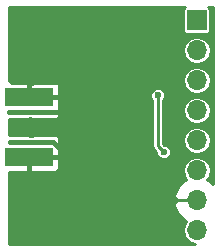
<source format=gbl>
G04 #@! TF.FileFunction,Copper,L2,Bot,Signal*
%FSLAX46Y46*%
G04 Gerber Fmt 4.6, Leading zero omitted, Abs format (unit mm)*
G04 Created by KiCad (PCBNEW 4.0.6) date 12/04/17 01:24:33*
%MOMM*%
%LPD*%
G01*
G04 APERTURE LIST*
%ADD10C,0.100000*%
%ADD11R,1.700000X1.700000*%
%ADD12O,1.700000X1.700000*%
%ADD13R,4.064000X1.524000*%
%ADD14C,0.762000*%
%ADD15C,0.600000*%
%ADD16C,0.381000*%
%ADD17C,0.250000*%
%ADD18C,0.226060*%
G04 APERTURE END LIST*
D10*
D11*
X185420000Y-109220000D03*
D12*
X185420000Y-111760000D03*
X185420000Y-114300000D03*
X185420000Y-116840000D03*
X185420000Y-119380000D03*
X185420000Y-121920000D03*
X185420000Y-124460000D03*
X185420000Y-127000000D03*
D13*
X171246800Y-120802400D03*
X171246800Y-115722400D03*
D14*
X172814800Y-116062400D03*
X172814800Y-115362400D03*
X171814800Y-116062400D03*
X170814800Y-116062400D03*
X170814800Y-115362400D03*
X171814800Y-115362400D03*
X172814800Y-120462400D03*
X171814800Y-120462400D03*
X170814800Y-120462400D03*
X170814800Y-121162400D03*
X171814800Y-121162400D03*
X172814800Y-121162400D03*
D15*
X172974000Y-113538000D03*
X172974000Y-127762000D03*
X171450000Y-127762000D03*
X169926000Y-127762000D03*
X169926000Y-126492000D03*
X171450000Y-126492000D03*
X172974000Y-126492000D03*
X172974000Y-124714000D03*
X172974000Y-123190000D03*
X174498000Y-112014000D03*
X169926000Y-112014000D03*
X171450000Y-112014000D03*
X172974000Y-112014000D03*
X172974000Y-110490000D03*
X171450000Y-110490000D03*
X169926000Y-110490000D03*
X169926000Y-108966000D03*
X171450000Y-108966000D03*
X172974000Y-108966000D03*
X174498000Y-108966000D03*
X174498000Y-110490000D03*
X176022000Y-121158000D03*
X176022000Y-122428000D03*
X169926000Y-113538000D03*
X171450000Y-113538000D03*
X174066200Y-114020600D03*
X171450000Y-124714000D03*
X169926000Y-124714000D03*
X169926000Y-123190000D03*
X171450000Y-123190000D03*
X174447200Y-123266200D03*
X174091600Y-121818400D03*
X174091600Y-120726200D03*
X181610000Y-127762000D03*
X182880000Y-127508000D03*
X177800000Y-127508000D03*
X176784000Y-127508000D03*
X175260000Y-127508000D03*
X174244000Y-126492000D03*
X174244000Y-124968000D03*
X175158400Y-116281200D03*
X174294800Y-117144800D03*
X174929800Y-114858800D03*
X174218600Y-115747800D03*
X176403000Y-112014000D03*
X177165000Y-108585000D03*
X175895000Y-108585000D03*
X175895000Y-109855000D03*
X175895000Y-111125000D03*
X176022000Y-123825000D03*
X183642000Y-125984000D03*
X180467000Y-124079000D03*
X178054000Y-122428000D03*
X180975000Y-113665000D03*
X180848000Y-109601000D03*
X182118000Y-115570000D03*
X182626000Y-120396000D03*
D16*
X174066200Y-114020600D02*
X174066200Y-114528600D01*
X174066200Y-114528600D02*
X173964600Y-114427000D01*
X173964600Y-114427000D02*
X173685200Y-114427000D01*
X173482000Y-114427000D02*
X173964600Y-114427000D01*
X173964600Y-114427000D02*
X174066200Y-114528600D01*
X171386500Y-122237500D02*
X171386500Y-123126500D01*
X171386500Y-123126500D02*
X171450000Y-123190000D01*
X171246800Y-120802400D02*
X171246800Y-122097800D01*
X171246800Y-122097800D02*
X171386500Y-122237500D01*
X171386500Y-122237500D02*
X171526200Y-122377200D01*
X171246800Y-120802400D02*
X174015400Y-120802400D01*
X174015400Y-120802400D02*
X174091600Y-120726200D01*
X171246800Y-115722400D02*
X174193200Y-115722400D01*
X174193200Y-115722400D02*
X174218600Y-115747800D01*
X171246800Y-115722400D02*
X171246800Y-114706400D01*
X171246800Y-114706400D02*
X171526200Y-114427000D01*
X173304200Y-122707400D02*
X173050200Y-122707400D01*
X169875200Y-122580400D02*
X170078400Y-122377200D01*
X172923200Y-122580400D02*
X169875200Y-122580400D01*
X173050200Y-122707400D02*
X172923200Y-122580400D01*
X170078400Y-122377200D02*
X171526200Y-122377200D01*
X171526200Y-122377200D02*
X173304200Y-122377200D01*
X173304200Y-122377200D02*
X173634400Y-122707400D01*
X173685200Y-122377200D02*
X170078400Y-122377200D01*
X174269400Y-122123200D02*
X173939200Y-122123200D01*
X173939200Y-122123200D02*
X173685200Y-122377200D01*
X173685200Y-122377200D02*
X173583600Y-122478800D01*
X174574200Y-121285000D02*
X174320200Y-121285000D01*
X174320200Y-121285000D02*
X174091600Y-121056400D01*
X174091600Y-121031000D02*
X174091600Y-121056400D01*
X174091600Y-120726200D02*
X174091600Y-121031000D01*
X174091600Y-121056400D02*
X174091600Y-121386600D01*
X173837600Y-120142000D02*
X174371000Y-120142000D01*
X174371000Y-120142000D02*
X174447200Y-120065800D01*
X174447200Y-120065800D02*
X174447200Y-120370600D01*
X174447200Y-120370600D02*
X174091600Y-120726200D01*
X174218600Y-119837200D02*
X174447200Y-120065800D01*
X174091600Y-119354600D02*
X174167800Y-119278400D01*
X174091600Y-119837200D02*
X174091600Y-119354600D01*
X174091600Y-119837200D02*
X174218600Y-119837200D01*
X174091600Y-121386600D02*
X174294800Y-121589800D01*
X169926000Y-123190000D02*
X169926000Y-123012200D01*
X173837600Y-121970800D02*
X173837600Y-120142000D01*
X173888400Y-122021600D02*
X173837600Y-121970800D01*
X173685200Y-122021600D02*
X173888400Y-122021600D01*
X173532800Y-122174000D02*
X173685200Y-122021600D01*
X169621200Y-122174000D02*
X173532800Y-122174000D01*
X169621200Y-122707400D02*
X169621200Y-122174000D01*
X169926000Y-123012200D02*
X169621200Y-122707400D01*
X173837600Y-120142000D02*
X173837600Y-120192800D01*
X173837600Y-120192800D02*
X173837600Y-120142000D01*
X174091600Y-120726200D02*
X174091600Y-120396000D01*
X174091600Y-120396000D02*
X173837600Y-120142000D01*
X173253400Y-119557800D02*
X169646600Y-119557800D01*
X173837600Y-120142000D02*
X173837600Y-120142000D01*
X173837600Y-120142000D02*
X173253400Y-119557800D01*
X173837600Y-118719600D02*
X173837600Y-120472200D01*
X173837600Y-120472200D02*
X174091600Y-120726200D01*
X174294800Y-117144800D02*
X173964600Y-117144800D01*
X169595800Y-116992400D02*
X169570400Y-117017800D01*
X173812200Y-116992400D02*
X169595800Y-116992400D01*
X173964600Y-117144800D02*
X173812200Y-116992400D01*
X174066200Y-114020600D02*
X174066200Y-114376200D01*
X174294800Y-114604800D02*
X174294800Y-117144800D01*
X174066200Y-114376200D02*
X174294800Y-114604800D01*
X174066200Y-114528600D02*
X174066200Y-116916200D01*
X174066200Y-116916200D02*
X174294800Y-117144800D01*
X173202600Y-113995200D02*
X173532800Y-113995200D01*
X173532800Y-113995200D02*
X174066200Y-114528600D01*
X173863000Y-117373400D02*
X173863000Y-117830600D01*
X173812200Y-117322600D02*
X173863000Y-117373400D01*
X173812200Y-114782600D02*
X173812200Y-117322600D01*
X174066200Y-114528600D02*
X173812200Y-114782600D01*
X169926000Y-112014000D02*
X169926000Y-112268000D01*
X169646600Y-112547400D02*
X169646600Y-114300000D01*
X169926000Y-112268000D02*
X169646600Y-112547400D01*
X169926000Y-113538000D02*
X169926000Y-113842800D01*
X169926000Y-113842800D02*
X169748200Y-114020600D01*
X169748200Y-114020600D02*
X172212000Y-114020600D01*
X172212000Y-114020600D02*
X172237400Y-113995200D01*
X172237400Y-113995200D02*
X173202600Y-113995200D01*
X173202600Y-113995200D02*
X174040800Y-113995200D01*
X174040800Y-113995200D02*
X173990000Y-114046000D01*
X173990000Y-114046000D02*
X169722800Y-114046000D01*
X169722800Y-114046000D02*
X169646600Y-114122200D01*
X169646600Y-114122200D02*
X169646600Y-114300000D01*
X169773600Y-114427000D02*
X171526200Y-114427000D01*
X169646600Y-114300000D02*
X169773600Y-114427000D01*
X171526200Y-114427000D02*
X173482000Y-114427000D01*
X173482000Y-114427000D02*
X173685200Y-114427000D01*
D17*
X171246800Y-115722400D02*
X172516800Y-115722400D01*
X174066200Y-115595400D02*
X174218600Y-115747800D01*
X171246800Y-115722400D02*
X172669200Y-115722400D01*
X171246800Y-115722400D02*
X171246800Y-115265200D01*
X171246800Y-113741200D02*
X171450000Y-113538000D01*
X171246800Y-120802400D02*
X171196000Y-120802400D01*
X171246800Y-122986800D02*
X171450000Y-123190000D01*
X171246800Y-120802400D02*
X171246800Y-121462800D01*
X171246800Y-120802400D02*
X172364400Y-120802400D01*
X171246800Y-120802400D02*
X172466000Y-120802400D01*
X172974000Y-113538000D02*
X173736000Y-113538000D01*
X169926000Y-127762000D02*
X171450000Y-127762000D01*
X171450000Y-126492000D02*
X169926000Y-126492000D01*
X172974000Y-124714000D02*
X172974000Y-126492000D01*
X173990000Y-123190000D02*
X172974000Y-123190000D01*
X174447200Y-123266200D02*
X173990000Y-123190000D01*
X169926000Y-112014000D02*
X171450000Y-112014000D01*
X172974000Y-112014000D02*
X172974000Y-110490000D01*
X171450000Y-110490000D02*
X169926000Y-110490000D01*
X169926000Y-108966000D02*
X171450000Y-108966000D01*
X172974000Y-108966000D02*
X174498000Y-108966000D01*
X174498000Y-110490000D02*
X174498000Y-112014000D01*
X169926000Y-113538000D02*
X171450000Y-113538000D01*
X173736000Y-113538000D02*
X174066200Y-114020600D01*
X174447200Y-123266200D02*
X174244000Y-123190000D01*
X174244000Y-123190000D02*
X174688500Y-123634500D01*
X169926000Y-124714000D02*
X171450000Y-124714000D01*
X171450000Y-123190000D02*
X169926000Y-123190000D01*
X174091600Y-120726200D02*
X174091600Y-121818400D01*
X175260000Y-127508000D02*
X176784000Y-127508000D01*
X174244000Y-126492000D02*
X174244000Y-128016000D01*
X174752000Y-123444000D02*
X174244000Y-124968000D01*
X174294800Y-117144800D02*
X175158400Y-116281200D01*
X174929800Y-114858800D02*
X174218600Y-115747800D01*
X175895000Y-111125000D02*
X175895000Y-111506000D01*
X175895000Y-111506000D02*
X176403000Y-112014000D01*
X175895000Y-109855000D02*
X175895000Y-108585000D01*
X182118000Y-119888000D02*
X182118000Y-115570000D01*
X182626000Y-120396000D02*
X182118000Y-119888000D01*
D18*
G36*
X184347458Y-108141222D02*
X184275983Y-108245828D01*
X184250838Y-108370000D01*
X184250838Y-110070000D01*
X184272665Y-110186002D01*
X184341222Y-110292542D01*
X184445828Y-110364017D01*
X184570000Y-110389162D01*
X186270000Y-110389162D01*
X186386002Y-110367335D01*
X186492542Y-110298778D01*
X186564017Y-110194172D01*
X186589162Y-110070000D01*
X186589162Y-108370000D01*
X186567335Y-108253998D01*
X186498778Y-108147458D01*
X186405949Y-108084030D01*
X186809970Y-108084030D01*
X186809970Y-123101703D01*
X186455123Y-122773263D01*
X186286250Y-122710839D01*
X186517285Y-122365072D01*
X186605815Y-121920000D01*
X186517285Y-121474928D01*
X186265171Y-121097614D01*
X185887857Y-120845500D01*
X185442785Y-120756970D01*
X185397215Y-120756970D01*
X184952143Y-120845500D01*
X184574829Y-121097614D01*
X184322715Y-121474928D01*
X184234185Y-121920000D01*
X184322715Y-122365072D01*
X184553750Y-122710839D01*
X184384877Y-122773263D01*
X183818185Y-123297783D01*
X183495355Y-123999240D01*
X183465534Y-124149157D01*
X183723227Y-124458730D01*
X185418730Y-124458730D01*
X185418730Y-124438730D01*
X185421270Y-124438730D01*
X185421270Y-124458730D01*
X185441270Y-124458730D01*
X185441270Y-124461270D01*
X185421270Y-124461270D01*
X185421270Y-124481270D01*
X185418730Y-124481270D01*
X185418730Y-124461270D01*
X183723227Y-124461270D01*
X183465534Y-124770843D01*
X183495355Y-124920760D01*
X183818185Y-125622217D01*
X184384877Y-126146737D01*
X184553750Y-126209161D01*
X184322715Y-126554928D01*
X184234185Y-127000000D01*
X184322715Y-127445072D01*
X184574829Y-127822386D01*
X184952143Y-128074500D01*
X185261175Y-128135970D01*
X169552030Y-128135970D01*
X169552030Y-122693430D01*
X170963273Y-122693430D01*
X170976921Y-122679782D01*
X171056903Y-122682858D01*
X171306295Y-122590618D01*
X171456620Y-122659769D01*
X171498268Y-122661371D01*
X171530327Y-122693430D01*
X173503378Y-122693430D01*
X173918344Y-122521545D01*
X174235945Y-122203944D01*
X174407830Y-121788978D01*
X174407830Y-121085927D01*
X174331811Y-121009908D01*
X174335258Y-120920297D01*
X174304524Y-120837200D01*
X174312169Y-120820580D01*
X174320411Y-120606292D01*
X174407830Y-120518873D01*
X174407830Y-119815822D01*
X174235945Y-119400856D01*
X173918344Y-119083255D01*
X173503378Y-118911370D01*
X171530327Y-118911370D01*
X171456942Y-118984755D01*
X171323305Y-119034182D01*
X171172980Y-118965031D01*
X171010692Y-118958789D01*
X170963273Y-118911370D01*
X169552030Y-118911370D01*
X169552030Y-117613430D01*
X170963273Y-117613430D01*
X170996181Y-117580522D01*
X171056903Y-117582858D01*
X171306295Y-117490618D01*
X171456620Y-117559769D01*
X171477468Y-117560571D01*
X171530327Y-117613430D01*
X173503378Y-117613430D01*
X173918344Y-117441545D01*
X174235945Y-117123944D01*
X174407830Y-116708978D01*
X174407830Y-116005927D01*
X174331070Y-115929167D01*
X174335258Y-115820297D01*
X174304524Y-115737200D01*
X174312169Y-115720580D01*
X174313291Y-115691404D01*
X181504864Y-115691404D01*
X181597995Y-115916800D01*
X181679970Y-115998918D01*
X181679970Y-119888000D01*
X181713313Y-120055627D01*
X181808266Y-120197734D01*
X182012964Y-120402432D01*
X182012864Y-120517404D01*
X182105995Y-120742800D01*
X182278293Y-120915399D01*
X182503526Y-121008923D01*
X182747404Y-121009136D01*
X182972800Y-120916005D01*
X183145399Y-120743707D01*
X183238923Y-120518474D01*
X183239136Y-120274596D01*
X183146005Y-120049200D01*
X182973707Y-119876601D01*
X182748474Y-119783077D01*
X182632444Y-119782976D01*
X182556030Y-119706562D01*
X182556030Y-119380000D01*
X184234185Y-119380000D01*
X184322715Y-119825072D01*
X184574829Y-120202386D01*
X184952143Y-120454500D01*
X185397215Y-120543030D01*
X185442785Y-120543030D01*
X185887857Y-120454500D01*
X186265171Y-120202386D01*
X186517285Y-119825072D01*
X186605815Y-119380000D01*
X186517285Y-118934928D01*
X186265171Y-118557614D01*
X185887857Y-118305500D01*
X185442785Y-118216970D01*
X185397215Y-118216970D01*
X184952143Y-118305500D01*
X184574829Y-118557614D01*
X184322715Y-118934928D01*
X184234185Y-119380000D01*
X182556030Y-119380000D01*
X182556030Y-116840000D01*
X184234185Y-116840000D01*
X184322715Y-117285072D01*
X184574829Y-117662386D01*
X184952143Y-117914500D01*
X185397215Y-118003030D01*
X185442785Y-118003030D01*
X185887857Y-117914500D01*
X186265171Y-117662386D01*
X186517285Y-117285072D01*
X186605815Y-116840000D01*
X186517285Y-116394928D01*
X186265171Y-116017614D01*
X185887857Y-115765500D01*
X185442785Y-115676970D01*
X185397215Y-115676970D01*
X184952143Y-115765500D01*
X184574829Y-116017614D01*
X184322715Y-116394928D01*
X184234185Y-116840000D01*
X182556030Y-116840000D01*
X182556030Y-115998934D01*
X182637399Y-115917707D01*
X182730923Y-115692474D01*
X182731136Y-115448596D01*
X182638005Y-115223200D01*
X182465707Y-115050601D01*
X182240474Y-114957077D01*
X181996596Y-114956864D01*
X181771200Y-115049995D01*
X181598601Y-115222293D01*
X181505077Y-115447526D01*
X181504864Y-115691404D01*
X174313291Y-115691404D01*
X174319611Y-115527092D01*
X174407830Y-115438873D01*
X174407830Y-114735822D01*
X174235945Y-114320856D01*
X174215089Y-114300000D01*
X184234185Y-114300000D01*
X184322715Y-114745072D01*
X184574829Y-115122386D01*
X184952143Y-115374500D01*
X185397215Y-115463030D01*
X185442785Y-115463030D01*
X185887857Y-115374500D01*
X186265171Y-115122386D01*
X186517285Y-114745072D01*
X186605815Y-114300000D01*
X186517285Y-113854928D01*
X186265171Y-113477614D01*
X185887857Y-113225500D01*
X185442785Y-113136970D01*
X185397215Y-113136970D01*
X184952143Y-113225500D01*
X184574829Y-113477614D01*
X184322715Y-113854928D01*
X184234185Y-114300000D01*
X174215089Y-114300000D01*
X173918344Y-114003255D01*
X173503378Y-113831370D01*
X171530327Y-113831370D01*
X171488681Y-113873016D01*
X171323305Y-113934182D01*
X171172980Y-113865031D01*
X170989892Y-113857989D01*
X170963273Y-113831370D01*
X169552030Y-113831370D01*
X169552030Y-111760000D01*
X184234185Y-111760000D01*
X184322715Y-112205072D01*
X184574829Y-112582386D01*
X184952143Y-112834500D01*
X185397215Y-112923030D01*
X185442785Y-112923030D01*
X185887857Y-112834500D01*
X186265171Y-112582386D01*
X186517285Y-112205072D01*
X186605815Y-111760000D01*
X186517285Y-111314928D01*
X186265171Y-110937614D01*
X185887857Y-110685500D01*
X185442785Y-110596970D01*
X185397215Y-110596970D01*
X184952143Y-110685500D01*
X184574829Y-110937614D01*
X184322715Y-111314928D01*
X184234185Y-111760000D01*
X169552030Y-111760000D01*
X169552030Y-108084030D01*
X184436336Y-108084030D01*
X184347458Y-108141222D01*
X184347458Y-108141222D01*
G37*
X184347458Y-108141222D02*
X184275983Y-108245828D01*
X184250838Y-108370000D01*
X184250838Y-110070000D01*
X184272665Y-110186002D01*
X184341222Y-110292542D01*
X184445828Y-110364017D01*
X184570000Y-110389162D01*
X186270000Y-110389162D01*
X186386002Y-110367335D01*
X186492542Y-110298778D01*
X186564017Y-110194172D01*
X186589162Y-110070000D01*
X186589162Y-108370000D01*
X186567335Y-108253998D01*
X186498778Y-108147458D01*
X186405949Y-108084030D01*
X186809970Y-108084030D01*
X186809970Y-123101703D01*
X186455123Y-122773263D01*
X186286250Y-122710839D01*
X186517285Y-122365072D01*
X186605815Y-121920000D01*
X186517285Y-121474928D01*
X186265171Y-121097614D01*
X185887857Y-120845500D01*
X185442785Y-120756970D01*
X185397215Y-120756970D01*
X184952143Y-120845500D01*
X184574829Y-121097614D01*
X184322715Y-121474928D01*
X184234185Y-121920000D01*
X184322715Y-122365072D01*
X184553750Y-122710839D01*
X184384877Y-122773263D01*
X183818185Y-123297783D01*
X183495355Y-123999240D01*
X183465534Y-124149157D01*
X183723227Y-124458730D01*
X185418730Y-124458730D01*
X185418730Y-124438730D01*
X185421270Y-124438730D01*
X185421270Y-124458730D01*
X185441270Y-124458730D01*
X185441270Y-124461270D01*
X185421270Y-124461270D01*
X185421270Y-124481270D01*
X185418730Y-124481270D01*
X185418730Y-124461270D01*
X183723227Y-124461270D01*
X183465534Y-124770843D01*
X183495355Y-124920760D01*
X183818185Y-125622217D01*
X184384877Y-126146737D01*
X184553750Y-126209161D01*
X184322715Y-126554928D01*
X184234185Y-127000000D01*
X184322715Y-127445072D01*
X184574829Y-127822386D01*
X184952143Y-128074500D01*
X185261175Y-128135970D01*
X169552030Y-128135970D01*
X169552030Y-122693430D01*
X170963273Y-122693430D01*
X170976921Y-122679782D01*
X171056903Y-122682858D01*
X171306295Y-122590618D01*
X171456620Y-122659769D01*
X171498268Y-122661371D01*
X171530327Y-122693430D01*
X173503378Y-122693430D01*
X173918344Y-122521545D01*
X174235945Y-122203944D01*
X174407830Y-121788978D01*
X174407830Y-121085927D01*
X174331811Y-121009908D01*
X174335258Y-120920297D01*
X174304524Y-120837200D01*
X174312169Y-120820580D01*
X174320411Y-120606292D01*
X174407830Y-120518873D01*
X174407830Y-119815822D01*
X174235945Y-119400856D01*
X173918344Y-119083255D01*
X173503378Y-118911370D01*
X171530327Y-118911370D01*
X171456942Y-118984755D01*
X171323305Y-119034182D01*
X171172980Y-118965031D01*
X171010692Y-118958789D01*
X170963273Y-118911370D01*
X169552030Y-118911370D01*
X169552030Y-117613430D01*
X170963273Y-117613430D01*
X170996181Y-117580522D01*
X171056903Y-117582858D01*
X171306295Y-117490618D01*
X171456620Y-117559769D01*
X171477468Y-117560571D01*
X171530327Y-117613430D01*
X173503378Y-117613430D01*
X173918344Y-117441545D01*
X174235945Y-117123944D01*
X174407830Y-116708978D01*
X174407830Y-116005927D01*
X174331070Y-115929167D01*
X174335258Y-115820297D01*
X174304524Y-115737200D01*
X174312169Y-115720580D01*
X174313291Y-115691404D01*
X181504864Y-115691404D01*
X181597995Y-115916800D01*
X181679970Y-115998918D01*
X181679970Y-119888000D01*
X181713313Y-120055627D01*
X181808266Y-120197734D01*
X182012964Y-120402432D01*
X182012864Y-120517404D01*
X182105995Y-120742800D01*
X182278293Y-120915399D01*
X182503526Y-121008923D01*
X182747404Y-121009136D01*
X182972800Y-120916005D01*
X183145399Y-120743707D01*
X183238923Y-120518474D01*
X183239136Y-120274596D01*
X183146005Y-120049200D01*
X182973707Y-119876601D01*
X182748474Y-119783077D01*
X182632444Y-119782976D01*
X182556030Y-119706562D01*
X182556030Y-119380000D01*
X184234185Y-119380000D01*
X184322715Y-119825072D01*
X184574829Y-120202386D01*
X184952143Y-120454500D01*
X185397215Y-120543030D01*
X185442785Y-120543030D01*
X185887857Y-120454500D01*
X186265171Y-120202386D01*
X186517285Y-119825072D01*
X186605815Y-119380000D01*
X186517285Y-118934928D01*
X186265171Y-118557614D01*
X185887857Y-118305500D01*
X185442785Y-118216970D01*
X185397215Y-118216970D01*
X184952143Y-118305500D01*
X184574829Y-118557614D01*
X184322715Y-118934928D01*
X184234185Y-119380000D01*
X182556030Y-119380000D01*
X182556030Y-116840000D01*
X184234185Y-116840000D01*
X184322715Y-117285072D01*
X184574829Y-117662386D01*
X184952143Y-117914500D01*
X185397215Y-118003030D01*
X185442785Y-118003030D01*
X185887857Y-117914500D01*
X186265171Y-117662386D01*
X186517285Y-117285072D01*
X186605815Y-116840000D01*
X186517285Y-116394928D01*
X186265171Y-116017614D01*
X185887857Y-115765500D01*
X185442785Y-115676970D01*
X185397215Y-115676970D01*
X184952143Y-115765500D01*
X184574829Y-116017614D01*
X184322715Y-116394928D01*
X184234185Y-116840000D01*
X182556030Y-116840000D01*
X182556030Y-115998934D01*
X182637399Y-115917707D01*
X182730923Y-115692474D01*
X182731136Y-115448596D01*
X182638005Y-115223200D01*
X182465707Y-115050601D01*
X182240474Y-114957077D01*
X181996596Y-114956864D01*
X181771200Y-115049995D01*
X181598601Y-115222293D01*
X181505077Y-115447526D01*
X181504864Y-115691404D01*
X174313291Y-115691404D01*
X174319611Y-115527092D01*
X174407830Y-115438873D01*
X174407830Y-114735822D01*
X174235945Y-114320856D01*
X174215089Y-114300000D01*
X184234185Y-114300000D01*
X184322715Y-114745072D01*
X184574829Y-115122386D01*
X184952143Y-115374500D01*
X185397215Y-115463030D01*
X185442785Y-115463030D01*
X185887857Y-115374500D01*
X186265171Y-115122386D01*
X186517285Y-114745072D01*
X186605815Y-114300000D01*
X186517285Y-113854928D01*
X186265171Y-113477614D01*
X185887857Y-113225500D01*
X185442785Y-113136970D01*
X185397215Y-113136970D01*
X184952143Y-113225500D01*
X184574829Y-113477614D01*
X184322715Y-113854928D01*
X184234185Y-114300000D01*
X174215089Y-114300000D01*
X173918344Y-114003255D01*
X173503378Y-113831370D01*
X171530327Y-113831370D01*
X171488681Y-113873016D01*
X171323305Y-113934182D01*
X171172980Y-113865031D01*
X170989892Y-113857989D01*
X170963273Y-113831370D01*
X169552030Y-113831370D01*
X169552030Y-111760000D01*
X184234185Y-111760000D01*
X184322715Y-112205072D01*
X184574829Y-112582386D01*
X184952143Y-112834500D01*
X185397215Y-112923030D01*
X185442785Y-112923030D01*
X185887857Y-112834500D01*
X186265171Y-112582386D01*
X186517285Y-112205072D01*
X186605815Y-111760000D01*
X186517285Y-111314928D01*
X186265171Y-110937614D01*
X185887857Y-110685500D01*
X185442785Y-110596970D01*
X185397215Y-110596970D01*
X184952143Y-110685500D01*
X184574829Y-110937614D01*
X184322715Y-111314928D01*
X184234185Y-111760000D01*
X169552030Y-111760000D01*
X169552030Y-108084030D01*
X184436336Y-108084030D01*
X184347458Y-108141222D01*
M02*

</source>
